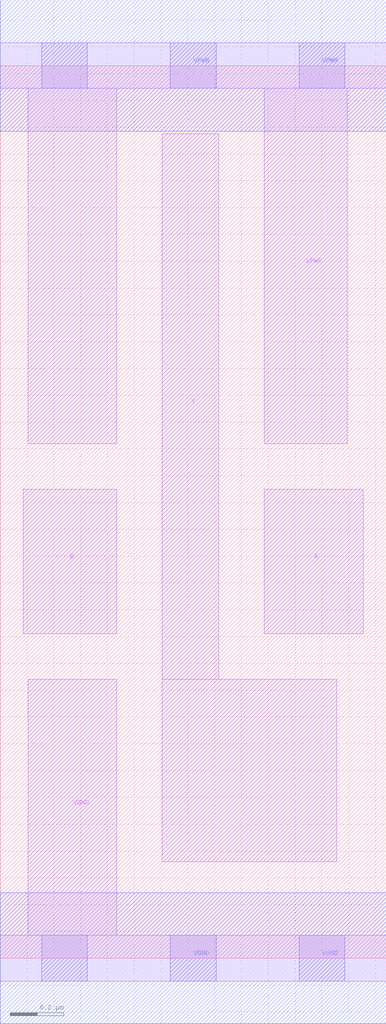
<source format=lef>
# Copyright 2020 The SkyWater PDK Authors
#
# Licensed under the Apache License, Version 2.0 (the "License");
# you may not use this file except in compliance with the License.
# You may obtain a copy of the License at
#
#     https://www.apache.org/licenses/LICENSE-2.0
#
# Unless required by applicable law or agreed to in writing, software
# distributed under the License is distributed on an "AS IS" BASIS,
# WITHOUT WARRANTIES OR CONDITIONS OF ANY KIND, either express or implied.
# See the License for the specific language governing permissions and
# limitations under the License.
#
# SPDX-License-Identifier: Apache-2.0

VERSION 5.7 ;
  NAMESCASESENSITIVE ON ;
  NOWIREEXTENSIONATPIN ON ;
  DIVIDERCHAR "/" ;
  BUSBITCHARS "[]" ;
UNITS
  DATABASE MICRONS 200 ;
END UNITS
MACRO sky130_fd_sc_lp__nand2_1
  CLASS CORE ;
  SOURCE USER ;
  FOREIGN sky130_fd_sc_lp__nand2_1 ;
  ORIGIN  0.000000  0.000000 ;
  SIZE  1.440000 BY  3.330000 ;
  SYMMETRY X Y R90 ;
  SITE unit ;
  PIN A
    ANTENNAGATEAREA  0.315000 ;
    DIRECTION INPUT ;
    USE SIGNAL ;
    PORT
      LAYER li1 ;
        RECT 0.985000 1.210000 1.355000 1.750000 ;
    END
  END A
  PIN B
    ANTENNAGATEAREA  0.315000 ;
    DIRECTION INPUT ;
    USE SIGNAL ;
    PORT
      LAYER li1 ;
        RECT 0.085000 1.210000 0.435000 1.750000 ;
    END
  END B
  PIN Y
    ANTENNADIFFAREA  0.575400 ;
    DIRECTION OUTPUT ;
    USE SIGNAL ;
    PORT
      LAYER li1 ;
        RECT 0.605000 0.360000 1.255000 1.040000 ;
        RECT 0.605000 1.040000 0.815000 3.075000 ;
    END
  END Y
  PIN VGND
    DIRECTION INOUT ;
    USE GROUND ;
    PORT
      LAYER li1 ;
        RECT 0.000000 -0.085000 1.440000 0.085000 ;
        RECT 0.105000  0.085000 0.435000 1.040000 ;
      LAYER mcon ;
        RECT 0.155000 -0.085000 0.325000 0.085000 ;
        RECT 0.635000 -0.085000 0.805000 0.085000 ;
        RECT 1.115000 -0.085000 1.285000 0.085000 ;
      LAYER met1 ;
        RECT 0.000000 -0.245000 1.440000 0.245000 ;
    END
  END VGND
  PIN VPWR
    DIRECTION INOUT ;
    USE POWER ;
    PORT
      LAYER li1 ;
        RECT 0.000000 3.245000 1.440000 3.415000 ;
        RECT 0.105000 1.920000 0.435000 3.245000 ;
        RECT 0.985000 1.920000 1.295000 3.245000 ;
      LAYER mcon ;
        RECT 0.155000 3.245000 0.325000 3.415000 ;
        RECT 0.635000 3.245000 0.805000 3.415000 ;
        RECT 1.115000 3.245000 1.285000 3.415000 ;
      LAYER met1 ;
        RECT 0.000000 3.085000 1.440000 3.575000 ;
    END
  END VPWR
END sky130_fd_sc_lp__nand2_1

</source>
